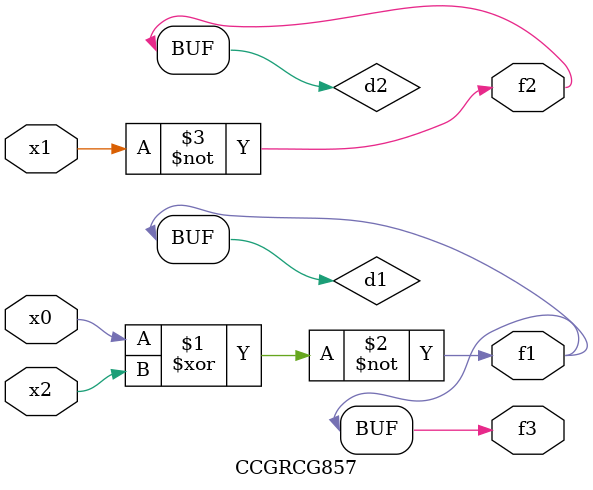
<source format=v>
module CCGRCG857(
	input x0, x1, x2,
	output f1, f2, f3
);

	wire d1, d2, d3;

	xnor (d1, x0, x2);
	nand (d2, x1);
	nor (d3, x1, x2);
	assign f1 = d1;
	assign f2 = d2;
	assign f3 = d1;
endmodule

</source>
